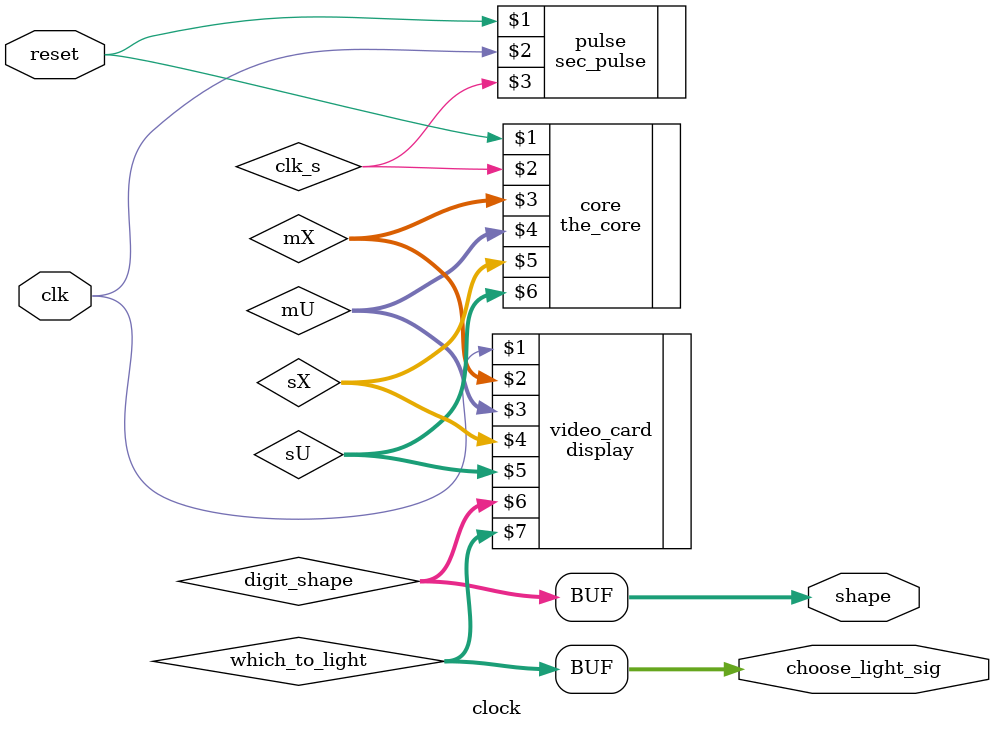
<source format=v>
`include "counter.v"
`include "display.v"
`timescale 1ns / 1ps



module clock(
    input wire clk,
    input wire reset,
    output wire[7:0] shape,
    output wire[3:0] choose_light_sig
    );
    
    wire clk_s;
    wire[3:0] mX, mU, sX, sU;
    wire[7:0] digit_shape;
    wire[3:0] which_to_light;

    sec_pulse pulse(
        reset,
        clk,
        clk_s
    );

    the_core core(
        reset,
        clk_s,
        mX, mU, sX, sU
    );

    display video_card(
        clk,
        mX, mU, sX, sU,
        digit_shape,
        which_to_light
    );

    assign shape = digit_shape;
    assign choose_light_sig = which_to_light;
    
endmodule

</source>
